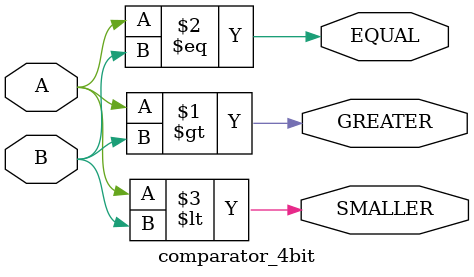
<source format=v>
`timescale 1ns / 1ps


module comparator_4bit(
input A,B,
output  GREATER ,EQUAL,SMALLER
    );
    assign GREATER = (A>B);
    assign EQUAL = (A==B);
    assign SMALLER = (A<B);
    
endmodule

</source>
